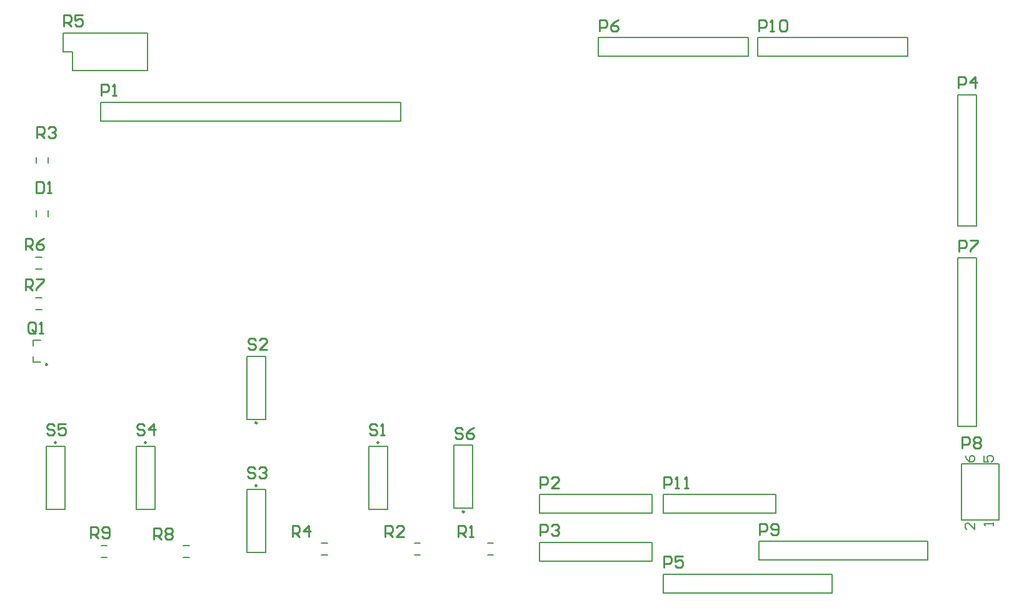
<source format=gto>
G04*
G04 #@! TF.GenerationSoftware,Altium Limited,Altium Designer,21.0.9 (235)*
G04*
G04 Layer_Color=65535*
%FSLAX44Y44*%
%MOMM*%
G71*
G04*
G04 #@! TF.SameCoordinates,23A475E3-534D-4AA9-8CFC-B78DB4E5A132*
G04*
G04*
G04 #@! TF.FilePolarity,Positive*
G04*
G01*
G75*
%ADD10C,0.2500*%
%ADD11C,0.2000*%
%ADD12C,0.2032*%
%ADD13C,0.2540*%
D10*
X144750Y381620D02*
G03*
X144750Y381620I-1250J0D01*
G01*
X697220Y287670D02*
G03*
X697220Y287670I-1250J0D01*
G01*
X266670Y381620D02*
G03*
X266670Y381620I-1250J0D01*
G01*
X581630D02*
G03*
X581630Y381620I-1250J0D01*
G01*
X416550Y408320D02*
G03*
X416550Y408320I-1250J0D01*
G01*
X416530Y323200D02*
G03*
X416530Y323200I-1250J0D01*
G01*
X132650Y487460D02*
G03*
X132650Y487460I-1250J0D01*
G01*
D11*
X966470Y203200D02*
X1195070D01*
X966470Y177800D02*
Y203200D01*
Y177800D02*
X1195070D01*
Y203200D01*
X610870Y817880D02*
Y843280D01*
X223520D02*
X610870D01*
X204470D02*
X223520D01*
X204470Y817880D02*
Y843280D01*
Y817880D02*
X610870D01*
X966470Y311150D02*
X1118870D01*
X966470Y285750D02*
X1118870D01*
Y311150D01*
X966470Y285750D02*
Y311150D01*
X1096010Y247650D02*
X1324610D01*
X1096010Y222250D02*
Y247650D01*
Y222250D02*
X1324610D01*
Y247650D01*
X1365250Y403860D02*
Y632460D01*
Y403860D02*
X1390650D01*
Y632460D01*
X1365250D02*
X1390650D01*
X878840Y905510D02*
X1082040D01*
Y930910D01*
X878840D02*
X1082040D01*
X878840Y905510D02*
Y930910D01*
X1094740Y905510D02*
X1297940D01*
Y930910D01*
X1094740D02*
X1297940D01*
X1094740Y905510D02*
Y930910D01*
X1365250Y675640D02*
X1390650D01*
X1365250D02*
Y853440D01*
X1390650D01*
Y675640D02*
Y853440D01*
X1421130Y304377D02*
Y353060D01*
Y276860D02*
Y353060D01*
X1370330Y276860D02*
Y353060D01*
Y276860D02*
X1421130D01*
X1370330Y353060D02*
X1421130D01*
X130810Y376810D02*
X156210D01*
X130810Y291210D02*
Y376810D01*
Y291210D02*
X156210D01*
Y376810D01*
X683260Y292480D02*
X708660D01*
Y378080D01*
X683260D02*
X708660D01*
X683260Y292480D02*
Y378080D01*
X798830Y220980D02*
X951230D01*
X798830Y246380D02*
X951230D01*
X798830Y220980D02*
Y246380D01*
X951230Y220980D02*
Y246380D01*
X798830Y311150D02*
X951230D01*
X798830Y285750D02*
X951230D01*
Y311150D01*
X798830Y285750D02*
Y311150D01*
X166370Y886460D02*
X267970D01*
X166370D02*
Y911860D01*
X153670D02*
X166370D01*
X153670D02*
Y937260D01*
X267970D01*
Y886460D02*
Y937260D01*
X252730Y376810D02*
X278130D01*
X252730Y291210D02*
Y376810D01*
Y291210D02*
X278130D01*
Y376810D01*
X567690D02*
X593090D01*
X567690Y291210D02*
Y376810D01*
Y291210D02*
X593090D01*
Y376810D01*
X402590Y413130D02*
X427990D01*
Y498730D01*
X402590D02*
X427990D01*
X402590Y413130D02*
Y498730D01*
Y318390D02*
X427990D01*
X402590Y232790D02*
Y318390D01*
Y232790D02*
X427990D01*
Y318390D01*
X117730Y688150D02*
Y696150D01*
X133730Y688150D02*
Y696150D01*
X116820Y616783D02*
X124820D01*
X116820Y632783D02*
X124820D01*
X113650Y512460D02*
Y520460D01*
X123650D01*
X113650Y490460D02*
Y498460D01*
Y490460D02*
X123650D01*
X116820Y578173D02*
X124820D01*
X116820Y562173D02*
X124820D01*
X133730Y760540D02*
Y768540D01*
X117730Y760540D02*
Y768540D01*
X728790Y229490D02*
X736790D01*
X728790Y245490D02*
X736790D01*
X629730Y229490D02*
X637730D01*
X629730Y245490D02*
X637730D01*
X205550Y225680D02*
X213550D01*
X205550Y241680D02*
X213550D01*
X504000Y229490D02*
X512000D01*
X504000Y245490D02*
X512000D01*
X316840Y225680D02*
X324840D01*
X316840Y241680D02*
X324840D01*
D12*
X1413510Y269240D02*
Y273472D01*
Y271356D01*
X1400814D01*
X1402930Y269240D01*
X1388110Y272624D02*
Y264160D01*
X1379646Y272624D01*
X1377530D01*
X1375414Y270508D01*
Y266276D01*
X1377530Y264160D01*
X1400814Y364064D02*
Y355600D01*
X1407162D01*
X1405046Y359832D01*
Y361948D01*
X1407162Y364064D01*
X1411394D01*
X1413510Y361948D01*
Y357716D01*
X1411394Y355600D01*
X1375414Y364064D02*
X1377530Y359832D01*
X1381762Y355600D01*
X1385994D01*
X1388110Y357716D01*
Y361948D01*
X1385994Y364064D01*
X1383878D01*
X1381762Y361948D01*
Y355600D01*
D13*
X695068Y399411D02*
X692529Y401950D01*
X687450D01*
X684911Y399411D01*
Y396872D01*
X687450Y394333D01*
X692529D01*
X695068Y391793D01*
Y389254D01*
X692529Y386715D01*
X687450D01*
X684911Y389254D01*
X710303Y401950D02*
X705224Y399411D01*
X700146Y394333D01*
Y389254D01*
X702685Y386715D01*
X707764D01*
X710303Y389254D01*
Y391793D01*
X707764Y394333D01*
X700146D01*
X142491Y404364D02*
X139951Y406903D01*
X134873D01*
X132334Y404364D01*
Y401825D01*
X134873Y399286D01*
X139951D01*
X142491Y396746D01*
Y394207D01*
X139951Y391668D01*
X134873D01*
X132334Y394207D01*
X157726Y406903D02*
X147569D01*
Y399286D01*
X152647Y401825D01*
X155187D01*
X157726Y399286D01*
Y394207D01*
X155187Y391668D01*
X150108D01*
X147569Y394207D01*
X264411Y404364D02*
X261871Y406903D01*
X256793D01*
X254254Y404364D01*
Y401825D01*
X256793Y399286D01*
X261871D01*
X264411Y396746D01*
Y394207D01*
X261871Y391668D01*
X256793D01*
X254254Y394207D01*
X277107Y391668D02*
Y406903D01*
X269489Y399286D01*
X279646D01*
X414271Y345944D02*
X411731Y348483D01*
X406653D01*
X404114Y345944D01*
Y343405D01*
X406653Y340866D01*
X411731D01*
X414271Y338326D01*
Y335787D01*
X411731Y333248D01*
X406653D01*
X404114Y335787D01*
X419349Y345944D02*
X421888Y348483D01*
X426967D01*
X429506Y345944D01*
Y343405D01*
X426967Y340866D01*
X424427D01*
X426967D01*
X429506Y338326D01*
Y335787D01*
X426967Y333248D01*
X421888D01*
X419349Y335787D01*
X414398Y520061D02*
X411858Y522600D01*
X406780D01*
X404241Y520061D01*
Y517522D01*
X406780Y514982D01*
X411858D01*
X414398Y512443D01*
Y509904D01*
X411858Y507365D01*
X406780D01*
X404241Y509904D01*
X429633Y507365D02*
X419476D01*
X429633Y517522D01*
Y520061D01*
X427094Y522600D01*
X422015D01*
X419476Y520061D01*
X579371Y404364D02*
X576832Y406903D01*
X571753D01*
X569214Y404364D01*
Y401825D01*
X571753Y399286D01*
X576832D01*
X579371Y396746D01*
Y394207D01*
X576832Y391668D01*
X571753D01*
X569214Y394207D01*
X584449Y391668D02*
X589527D01*
X586988D01*
Y406903D01*
X584449Y404364D01*
X191516Y251714D02*
Y266949D01*
X199133D01*
X201673Y264410D01*
Y259331D01*
X199133Y256792D01*
X191516D01*
X196594D02*
X201673Y251714D01*
X206751Y254253D02*
X209290Y251714D01*
X214369D01*
X216908Y254253D01*
Y264410D01*
X214369Y266949D01*
X209290D01*
X206751Y264410D01*
Y261871D01*
X209290Y259331D01*
X216908D01*
X277152Y249936D02*
Y265171D01*
X284769D01*
X287309Y262632D01*
Y257554D01*
X284769Y255014D01*
X277152D01*
X282230D02*
X287309Y249936D01*
X292387Y262632D02*
X294926Y265171D01*
X300005D01*
X302544Y262632D01*
Y260093D01*
X300005Y257554D01*
X302544Y255014D01*
Y252475D01*
X300005Y249936D01*
X294926D01*
X292387Y252475D01*
Y255014D01*
X294926Y257554D01*
X292387Y260093D01*
Y262632D01*
X294926Y257554D02*
X300005D01*
X102787Y588207D02*
Y603442D01*
X110404D01*
X112943Y600903D01*
Y595825D01*
X110404Y593285D01*
X102787D01*
X107865D02*
X112943Y588207D01*
X118022Y603442D02*
X128178D01*
Y600903D01*
X118022Y590746D01*
Y588207D01*
X102787Y642817D02*
Y658052D01*
X110404D01*
X112943Y655513D01*
Y650435D01*
X110404Y647896D01*
X102787D01*
X107865D02*
X112943Y642817D01*
X128178Y658052D02*
X123100Y655513D01*
X118022Y650435D01*
Y645356D01*
X120561Y642817D01*
X125639D01*
X128178Y645356D01*
Y647896D01*
X125639Y650435D01*
X118022D01*
X155194Y945896D02*
Y961131D01*
X162812D01*
X165351Y958592D01*
Y953513D01*
X162812Y950974D01*
X155194D01*
X160272D02*
X165351Y945896D01*
X180586Y961131D02*
X170429D01*
Y953513D01*
X175507Y956053D01*
X178047D01*
X180586Y953513D01*
Y948435D01*
X178047Y945896D01*
X172968D01*
X170429Y948435D01*
X464312Y253746D02*
Y268981D01*
X471930D01*
X474469Y266442D01*
Y261364D01*
X471930Y258824D01*
X464312D01*
X469390D02*
X474469Y253746D01*
X487165D02*
Y268981D01*
X479547Y261364D01*
X489704D01*
X118114Y795023D02*
Y810257D01*
X125732D01*
X128271Y807718D01*
Y802640D01*
X125732Y800101D01*
X118114D01*
X123193D02*
X128271Y795023D01*
X133349Y807718D02*
X135888Y810257D01*
X140967D01*
X143506Y807718D01*
Y805179D01*
X140967Y802640D01*
X138427D01*
X140967D01*
X143506Y800101D01*
Y797562D01*
X140967Y795023D01*
X135888D01*
X133349Y797562D01*
X590042Y253746D02*
Y268981D01*
X597659D01*
X600199Y266442D01*
Y261364D01*
X597659Y258824D01*
X590042D01*
X595120D02*
X600199Y253746D01*
X615434D02*
X605277D01*
X615434Y263903D01*
Y266442D01*
X612895Y268981D01*
X607816D01*
X605277Y266442D01*
X689102Y253746D02*
Y268981D01*
X696720D01*
X699259Y266442D01*
Y261364D01*
X696720Y258824D01*
X689102D01*
X694180D02*
X699259Y253746D01*
X704337D02*
X709415D01*
X706876D01*
Y268981D01*
X704337Y266442D01*
X116837Y532129D02*
Y542286D01*
X114298Y544825D01*
X109219D01*
X106680Y542286D01*
Y532129D01*
X109219Y529590D01*
X114298D01*
X111758Y534668D02*
X116837Y529590D01*
X114298D02*
X116837Y532129D01*
X121915Y529590D02*
X126993D01*
X124454D01*
Y544825D01*
X121915Y542286D01*
X967994Y319786D02*
Y335021D01*
X975611D01*
X978151Y332482D01*
Y327403D01*
X975611Y324864D01*
X967994D01*
X983229Y319786D02*
X988307D01*
X985768D01*
Y335021D01*
X983229Y332482D01*
X995925Y319786D02*
X1001003D01*
X998464D01*
Y335021D01*
X995925Y332482D01*
X1096264Y939546D02*
Y954781D01*
X1103882D01*
X1106421Y952242D01*
Y947163D01*
X1103882Y944624D01*
X1096264D01*
X1111499Y939546D02*
X1116577D01*
X1114038D01*
Y954781D01*
X1111499Y952242D01*
X1124195D02*
X1126734Y954781D01*
X1131813D01*
X1134352Y952242D01*
Y942085D01*
X1131813Y939546D01*
X1126734D01*
X1124195Y942085D01*
Y952242D01*
X1097534Y256286D02*
Y271521D01*
X1105152D01*
X1107691Y268982D01*
Y263904D01*
X1105152Y261364D01*
X1097534D01*
X1112769Y258825D02*
X1115308Y256286D01*
X1120387D01*
X1122926Y258825D01*
Y268982D01*
X1120387Y271521D01*
X1115308D01*
X1112769Y268982D01*
Y266443D01*
X1115308Y263904D01*
X1122926D01*
X1371854Y373634D02*
Y388869D01*
X1379471D01*
X1382011Y386330D01*
Y381251D01*
X1379471Y378712D01*
X1371854D01*
X1387089Y386330D02*
X1389628Y388869D01*
X1394707D01*
X1397246Y386330D01*
Y383791D01*
X1394707Y381251D01*
X1397246Y378712D01*
Y376173D01*
X1394707Y373634D01*
X1389628D01*
X1387089Y376173D01*
Y378712D01*
X1389628Y381251D01*
X1387089Y383791D01*
Y386330D01*
X1389628Y381251D02*
X1394707D01*
X1366901Y640969D02*
Y656204D01*
X1374518D01*
X1377058Y653665D01*
Y648587D01*
X1374518Y646047D01*
X1366901D01*
X1382136Y656204D02*
X1392293D01*
Y653665D01*
X1382136Y643508D01*
Y640969D01*
X880364Y939546D02*
Y954781D01*
X887981D01*
X890521Y952242D01*
Y947163D01*
X887981Y944624D01*
X880364D01*
X905756Y954781D02*
X900677Y952242D01*
X895599Y947163D01*
Y942085D01*
X898138Y939546D01*
X903217D01*
X905756Y942085D01*
Y944624D01*
X903217Y947163D01*
X895599D01*
X967994Y211836D02*
Y227071D01*
X975611D01*
X978151Y224532D01*
Y219454D01*
X975611Y216914D01*
X967994D01*
X993386Y227071D02*
X983229D01*
Y219454D01*
X988307Y221993D01*
X990847D01*
X993386Y219454D01*
Y214375D01*
X990847Y211836D01*
X985768D01*
X983229Y214375D01*
X1366774Y862076D02*
Y877311D01*
X1374391D01*
X1376931Y874772D01*
Y869694D01*
X1374391Y867154D01*
X1366774D01*
X1389627Y862076D02*
Y877311D01*
X1382009Y869694D01*
X1392166D01*
X800354Y255016D02*
Y270251D01*
X807971D01*
X810511Y267712D01*
Y262633D01*
X807971Y260094D01*
X800354D01*
X815589Y267712D02*
X818128Y270251D01*
X823207D01*
X825746Y267712D01*
Y265173D01*
X823207Y262633D01*
X820667D01*
X823207D01*
X825746Y260094D01*
Y257555D01*
X823207Y255016D01*
X818128D01*
X815589Y257555D01*
X800354Y319786D02*
Y335021D01*
X807971D01*
X810511Y332482D01*
Y327403D01*
X807971Y324864D01*
X800354D01*
X825746Y319786D02*
X815589D01*
X825746Y329943D01*
Y332482D01*
X823207Y335021D01*
X818128D01*
X815589Y332482D01*
X205994Y851916D02*
Y867151D01*
X213612D01*
X216151Y864612D01*
Y859533D01*
X213612Y856994D01*
X205994D01*
X221229Y851916D02*
X226307D01*
X223768D01*
Y867151D01*
X221229Y864612D01*
X117856Y735579D02*
Y720344D01*
X125473D01*
X128013Y722883D01*
Y733040D01*
X125473Y735579D01*
X117856D01*
X133091Y720344D02*
X138169D01*
X135630D01*
Y735579D01*
X133091Y733040D01*
M02*

</source>
